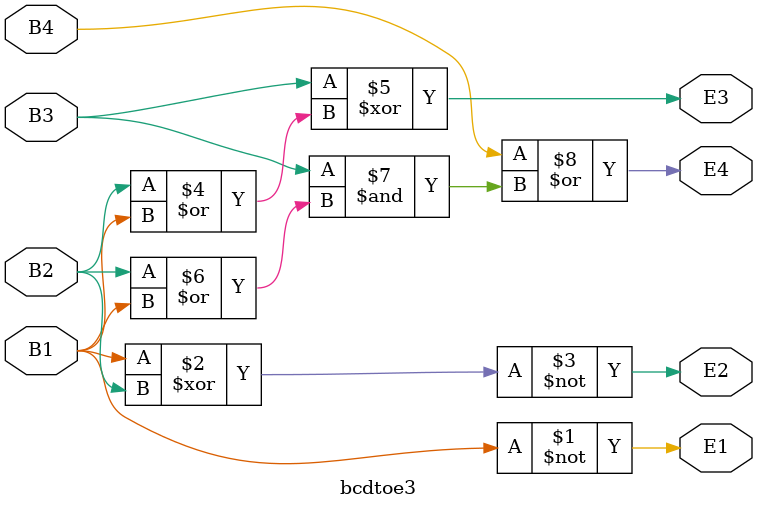
<source format=v>
module bcdtoe3(B4,B3,B2,B1,E4,E3,E2,E1);
  input B4,B3,B2,B1;
  output E4,E3,E2,E1;
  assign E1=~B1,E2=~(B1^B2),E3=(B3^(B2|B1)),E4=(B4|(B3&(B2|B1)));
endmodule
</source>
